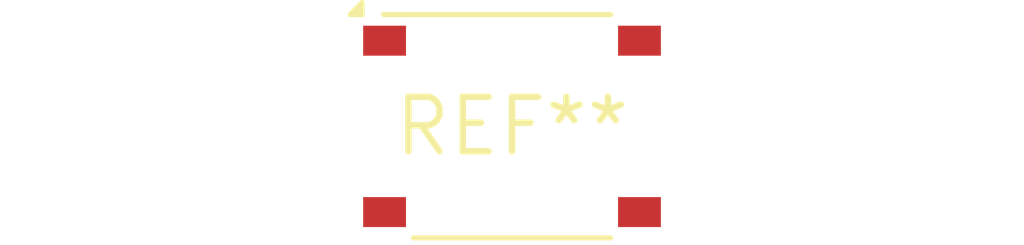
<source format=kicad_pcb>
(kicad_pcb (version 20240108) (generator pcbnew)
  (layers (0 "F.Cu" signal) (31 "B.Cu" signal) (34 "B.Paste" user) (35 "F.Paste" user) (36 "B.SilkS" user "B.Silkscreen") (37 "F.SilkS" user "F.Silkscreen") (38 "B.Mask" user) (39 "F.Mask" user) (44 "Edge.Cuts" user))
  (net 0 "")
  (footprint "Diode_Bridge_Diotec_ABS" (layer "F.Cu") (at 0 0)
    (property "Reference" "REF**")
    (property "Value" "Diode_Bridge_Diotec_ABS")
    (fp_line (start 2.3 -2.61) (end -3 -2.61) (layer "F.SilkS") (stroke (width 0.12)))
    (fp_line (start 2.3 2.6) (end -2.3 2.6) (layer "F.SilkS") (stroke (width 0.12)))
    (fp_poly (pts (xy -3.5 -2.61) (xy -3.78 -2.61) (xy -3.5 -2.89) (xy -3.5 -2.61)) (layer "F.SilkS") (stroke (width 0.12)) (fill solid))
    (pad "1" smd rect (at -2.975 -2) (size 1 0.7) (layers "F.Cu" "F.Paste" "F.Mask"))
    (pad "2" smd rect (at -2.975 2) (size 1 0.7) (layers "F.Cu" "F.Paste" "F.Mask"))
    (pad "3" smd rect (at 2.975 2) (size 1 0.7) (layers "F.Cu" "F.Paste" "F.Mask"))
    (pad "4" smd rect (at 2.975 -2) (size 1 0.7) (layers "F.Cu" "F.Paste" "F.Mask"))
  )
)
</source>
